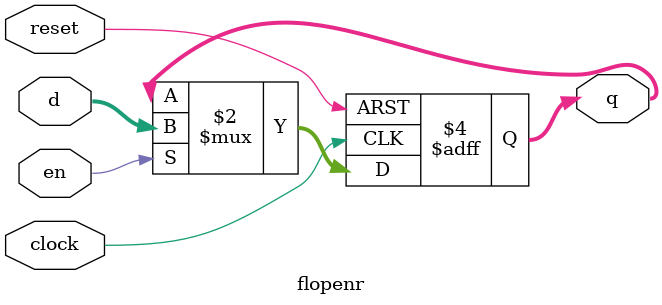
<source format=v>
module flopenr (
    input clock,
    input reset,
    input en,
    input [31:0] d,
    output reg [31:0] q
);

    always @(posedge clock or posedge reset) begin
        if (reset) begin
            q <= 32'b0;
        end else if (en) begin
            q <= d;
        end
    end

endmodule
</source>
